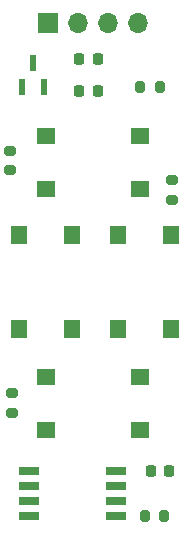
<source format=gbr>
G04 #@! TF.GenerationSoftware,KiCad,Pcbnew,8.0.1*
G04 #@! TF.CreationDate,2025-02-25T23:19:28-07:00*
G04 #@! TF.ProjectId,Button_Flex,42757474-6f6e-45f4-966c-65782e6b6963,rev?*
G04 #@! TF.SameCoordinates,Original*
G04 #@! TF.FileFunction,Soldermask,Top*
G04 #@! TF.FilePolarity,Negative*
%FSLAX46Y46*%
G04 Gerber Fmt 4.6, Leading zero omitted, Abs format (unit mm)*
G04 Created by KiCad (PCBNEW 8.0.1) date 2025-02-25 23:19:28*
%MOMM*%
%LPD*%
G01*
G04 APERTURE LIST*
G04 Aperture macros list*
%AMRoundRect*
0 Rectangle with rounded corners*
0 $1 Rounding radius*
0 $2 $3 $4 $5 $6 $7 $8 $9 X,Y pos of 4 corners*
0 Add a 4 corners polygon primitive as box body*
4,1,4,$2,$3,$4,$5,$6,$7,$8,$9,$2,$3,0*
0 Add four circle primitives for the rounded corners*
1,1,$1+$1,$2,$3*
1,1,$1+$1,$4,$5*
1,1,$1+$1,$6,$7*
1,1,$1+$1,$8,$9*
0 Add four rect primitives between the rounded corners*
20,1,$1+$1,$2,$3,$4,$5,0*
20,1,$1+$1,$4,$5,$6,$7,0*
20,1,$1+$1,$6,$7,$8,$9,0*
20,1,$1+$1,$8,$9,$2,$3,0*%
G04 Aperture macros list end*
%ADD10RoundRect,0.200000X-0.200000X-0.275000X0.200000X-0.275000X0.200000X0.275000X-0.200000X0.275000X0*%
%ADD11R,1.700000X0.650000*%
%ADD12R,1.549908X1.400048*%
%ADD13R,1.400048X1.549908*%
%ADD14RoundRect,0.225000X-0.225000X-0.250000X0.225000X-0.250000X0.225000X0.250000X-0.225000X0.250000X0*%
%ADD15RoundRect,0.200000X-0.275000X0.200000X-0.275000X-0.200000X0.275000X-0.200000X0.275000X0.200000X0*%
%ADD16R,0.609600X1.320800*%
%ADD17R,1.700000X1.700000*%
%ADD18O,1.700000X1.700000*%
%ADD19RoundRect,0.200000X0.275000X-0.200000X0.275000X0.200000X-0.275000X0.200000X-0.275000X-0.200000X0*%
G04 APERTURE END LIST*
D10*
X198860000Y-107110000D03*
X197210000Y-107110000D03*
D11*
X187420000Y-103310000D03*
X187420000Y-104580000D03*
X187420000Y-105850000D03*
X187420000Y-107120000D03*
X194720000Y-107120000D03*
X194720000Y-105850000D03*
X194720000Y-104580000D03*
X194720000Y-103310000D03*
D12*
X188825002Y-95343900D03*
X188825002Y-99843902D03*
X196774998Y-99843902D03*
X196774998Y-95343900D03*
D13*
X194930000Y-91294998D03*
X199430002Y-91294998D03*
X199430002Y-83345002D03*
X194930000Y-83345002D03*
X186549999Y-91294998D03*
X191050001Y-91294998D03*
X191050001Y-83345002D03*
X186549999Y-83345002D03*
D12*
X188825002Y-74960000D03*
X188825002Y-79460002D03*
X196774998Y-79460002D03*
X196774998Y-74960000D03*
D14*
X199260000Y-103350000D03*
X197710000Y-103350000D03*
X191650000Y-71140000D03*
X193200000Y-71140000D03*
D15*
X199460000Y-78700000D03*
X199460000Y-80350000D03*
D14*
X191650000Y-68430000D03*
X193200000Y-68430000D03*
D16*
X186789999Y-70790400D03*
X188690001Y-70790400D03*
X187740000Y-68760000D03*
D15*
X185780000Y-76220000D03*
X185780000Y-77870000D03*
D17*
X189020000Y-65360000D03*
D18*
X191560000Y-65360000D03*
X194100000Y-65360000D03*
X196640000Y-65360000D03*
D10*
X196800000Y-70790000D03*
X198450000Y-70790000D03*
D19*
X185940000Y-98400000D03*
X185940000Y-96750000D03*
M02*

</source>
